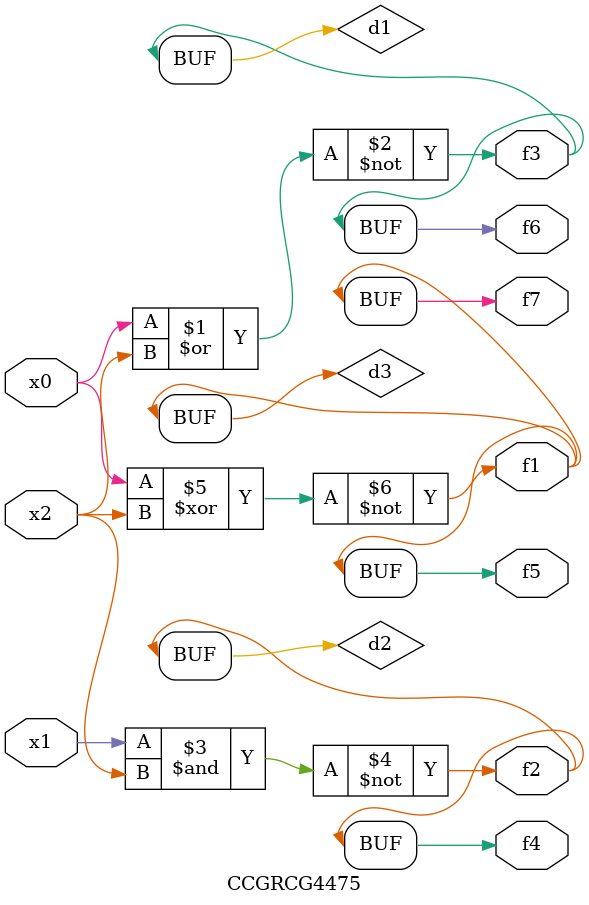
<source format=v>
module CCGRCG4475(
	input x0, x1, x2,
	output f1, f2, f3, f4, f5, f6, f7
);

	wire d1, d2, d3;

	nor (d1, x0, x2);
	nand (d2, x1, x2);
	xnor (d3, x0, x2);
	assign f1 = d3;
	assign f2 = d2;
	assign f3 = d1;
	assign f4 = d2;
	assign f5 = d3;
	assign f6 = d1;
	assign f7 = d3;
endmodule

</source>
